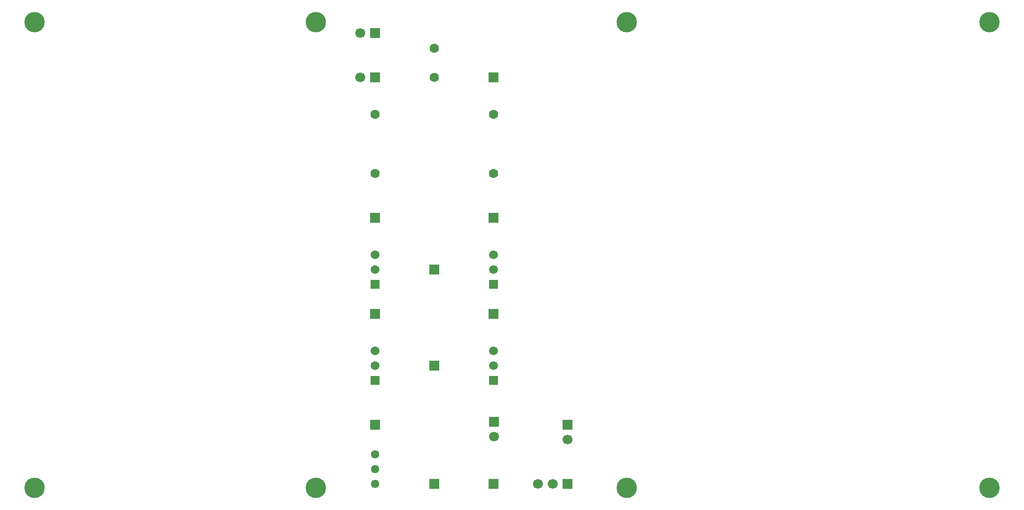
<source format=gbr>
%TF.GenerationSoftware,KiCad,Pcbnew,9.0.6-9.0.6~ubuntu22.04.1*%
%TF.CreationDate,2025-12-31T15:56:10+01:00*%
%TF.ProjectId,Symmetric_Wilson_Current_Mirror_With_Explanations,53796d6d-6574-4726-9963-5f57696c736f,rev?*%
%TF.SameCoordinates,Original*%
%TF.FileFunction,Soldermask,Top*%
%TF.FilePolarity,Negative*%
%FSLAX46Y46*%
G04 Gerber Fmt 4.6, Leading zero omitted, Abs format (unit mm)*
G04 Created by KiCad (PCBNEW 9.0.6-9.0.6~ubuntu22.04.1) date 2025-12-31 15:56:10*
%MOMM*%
%LPD*%
G01*
G04 APERTURE LIST*
%ADD10R,1.500000X1.500000*%
%ADD11C,1.500000*%
%ADD12C,3.500000*%
%ADD13R,1.700000X1.700000*%
%ADD14C,1.700000*%
%ADD15C,1.600000*%
%ADD16C,1.440000*%
G04 APERTURE END LIST*
D10*
%TO.C,Q3*%
X160020000Y-135255000D03*
D11*
X160020000Y-132715000D03*
X160020000Y-130175000D03*
%TD*%
D12*
%TO.C,REF\u002A\u002A*%
X129540000Y-153670000D03*
%TD*%
D13*
%TO.C,J11*%
X160100000Y-142335000D03*
D14*
X160100000Y-144875000D03*
%TD*%
D12*
%TO.C,REF\u002A\u002A*%
X129540000Y-73660000D03*
%TD*%
D15*
%TO.C,R1*%
X139700000Y-89535000D03*
X139700000Y-99695000D03*
%TD*%
D10*
%TO.C,Q2*%
X160020000Y-118745000D03*
D11*
X160020000Y-116205000D03*
X160020000Y-113665000D03*
%TD*%
D13*
%TO.C,J15*%
X160020000Y-107315000D03*
%TD*%
D15*
%TO.C,C1*%
X149860000Y-83185000D03*
X149860000Y-78185000D03*
%TD*%
D16*
%TO.C,RV1*%
X139700000Y-147955000D03*
X139700000Y-150495000D03*
X139700000Y-153035000D03*
%TD*%
D13*
%TO.C,J14*%
X139700000Y-107315000D03*
%TD*%
%TO.C,J5*%
X160020000Y-83185000D03*
%TD*%
D10*
%TO.C,Q1*%
X139700000Y-118745000D03*
D11*
X139700000Y-116205000D03*
X139700000Y-113665000D03*
%TD*%
D12*
%TO.C,REF\u002A\u002A*%
X182880000Y-153670000D03*
%TD*%
D13*
%TO.C,J10*%
X160020000Y-123825000D03*
%TD*%
%TO.C,J8*%
X149860000Y-153035000D03*
%TD*%
%TO.C,J6*%
X149860000Y-116205000D03*
%TD*%
D12*
%TO.C,REF\u002A\u002A*%
X245110000Y-73660000D03*
%TD*%
D13*
%TO.C,J3*%
X139700000Y-123825000D03*
%TD*%
%TO.C,J4*%
X139700000Y-142875000D03*
%TD*%
D12*
%TO.C,REF\u002A\u002A*%
X81280000Y-73660000D03*
%TD*%
D15*
%TO.C,R2*%
X160020000Y-89535000D03*
X160020000Y-99695000D03*
%TD*%
D12*
%TO.C,REF\u002A\u002A*%
X182880000Y-73660000D03*
%TD*%
%TO.C,REF\u002A\u002A*%
X245110000Y-153670000D03*
%TD*%
D13*
%TO.C,J9*%
X160020000Y-153035000D03*
%TD*%
D10*
%TO.C,Q4*%
X139700000Y-135255000D03*
D11*
X139700000Y-132715000D03*
X139700000Y-130175000D03*
%TD*%
D13*
%TO.C,J7*%
X149860000Y-132715000D03*
%TD*%
%TO.C,J1*%
X139700000Y-75565000D03*
D14*
X137160000Y-75565000D03*
%TD*%
D12*
%TO.C,REF\u002A\u002A*%
X81280000Y-153670000D03*
%TD*%
D13*
%TO.C,J2*%
X139700000Y-83185000D03*
D14*
X137160000Y-83185000D03*
%TD*%
D13*
%TO.C,J12*%
X172720000Y-153035000D03*
D14*
X170180000Y-153035000D03*
X167640000Y-153035000D03*
%TD*%
D13*
%TO.C,J13*%
X172720000Y-142900000D03*
D14*
X172720000Y-145440000D03*
%TD*%
M02*

</source>
